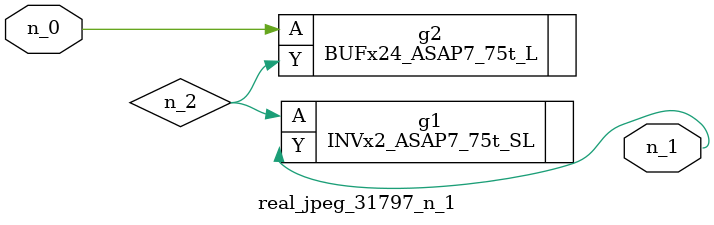
<source format=v>
module real_jpeg_31797_n_1 (n_0, n_1);

input n_0;

output n_1;

wire n_2;

BUFx24_ASAP7_75t_L g2 ( 
.A(n_0),
.Y(n_2)
);

INVx2_ASAP7_75t_SL g1 ( 
.A(n_2),
.Y(n_1)
);


endmodule
</source>
